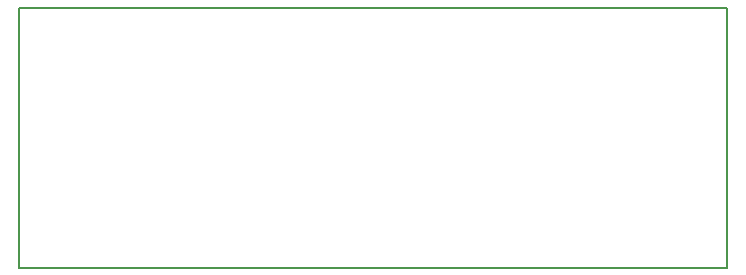
<source format=gbr>
G04 #@! TF.GenerationSoftware,KiCad,Pcbnew,(5.1.0-rc2-21-g16b3c80a7)*
G04 #@! TF.CreationDate,2019-05-25T16:35:41+02:00*
G04 #@! TF.ProjectId,Analog_Input_Module,416e616c-6f67-45f4-996e-7075745f4d6f,R2.1*
G04 #@! TF.SameCoordinates,Original*
G04 #@! TF.FileFunction,Profile,NP*
%FSLAX46Y46*%
G04 Gerber Fmt 4.6, Leading zero omitted, Abs format (unit mm)*
G04 Created by KiCad (PCBNEW (5.1.0-rc2-21-g16b3c80a7)) date 2019-05-25 16:35:41*
%MOMM*%
%LPD*%
G04 APERTURE LIST*
%ADD10C,0.150000*%
G04 APERTURE END LIST*
D10*
X80000000Y-42000000D02*
X80000000Y-20000000D01*
X80000000Y-20000000D02*
X20000000Y-20000000D01*
X80000000Y-42000000D02*
X20000000Y-42000000D01*
X20000000Y-20000000D02*
X20000000Y-42000000D01*
M02*

</source>
